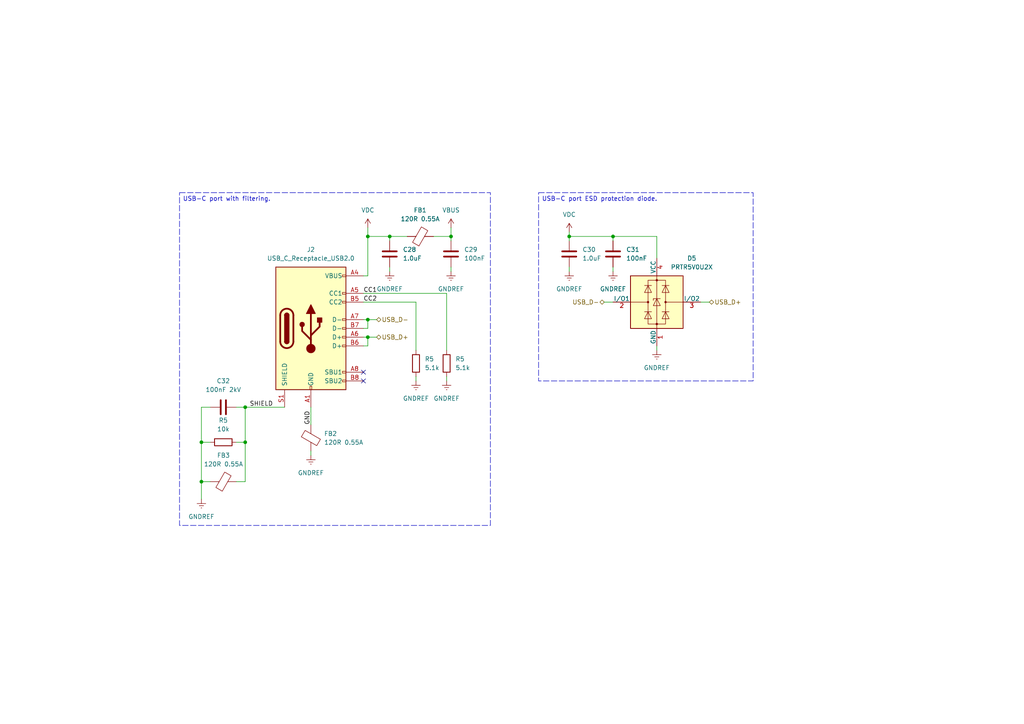
<source format=kicad_sch>
(kicad_sch (version 20230121) (generator eeschema)
  (paper "A4")
  (lib_symbols
    (symbol "Connector:USB_C_Receptacle_USB2.0" (pin_names (offset 1.016))
      (property "Reference" "J" (at -10.16 19.05 0))
      (property "Value" "USB_C_Receptacle_USB2.0" (at 19.05 19.05 0))
      (symbol "USB_C_Receptacle_USB2.0_0_0"
        (rectangle (start -0.254 -17.78) (end 0.254 -16.764))
        (rectangle (start 10.16 -14.986) (end 9.144 -15.494))
        (rectangle (start 10.16 -12.446) (end 9.144 -12.954))
        (rectangle (start 10.16 -4.826) (end 9.144 -5.334))
        (rectangle (start 10.16 -2.286) (end 9.144 -2.794))
        (rectangle (start 10.16 0.254) (end 9.144 -0.254))
        (rectangle (start 10.16 2.794) (end 9.144 2.286))
        (rectangle (start 10.16 7.874) (end 9.144 7.366))
        (rectangle (start 10.16 10.414) (end 9.144 9.906))
        (rectangle (start 10.16 15.494) (end 9.144 14.986))
      )
      (symbol "USB_C_Receptacle_USB2.0_0_1"
        (rectangle (start -10.16 17.78) (end 10.16 -17.78) (stroke (width 0.254)) (fill (type background)))
        (arc (start -8.89 -3.81) (mid -6.985 -5.7067) (end -5.08 -3.81) (stroke (width 0.508)))
        (arc (start -7.62 -3.81) (mid -6.985 -4.4423) (end -6.35 -3.81) (stroke (width 0.254)))
        (arc (start -7.62 -3.81) (mid -6.985 -4.4423) (end -6.35 -3.81) (stroke (width 0.254)) (fill (type outline)))
        (rectangle (start -7.62 -3.81) (end -6.35 3.81) (stroke (width 0.254)) (fill (type outline)))
        (arc (start -6.35 3.81) (mid -6.985 4.4423) (end -7.62 3.81) (stroke (width 0.254)))
        (arc (start -6.35 3.81) (mid -6.985 4.4423) (end -7.62 3.81) (stroke (width 0.254)) (fill (type outline)))
        (arc (start -5.08 3.81) (mid -6.985 5.7067) (end -8.89 3.81) (stroke (width 0.508)))
        (circle (center -2.54 1.143) (radius 0.635) (stroke (width 0.254)) (fill (type outline)))
        (circle (center 0 -5.842) (radius 1.27) (fill (type outline)))
        (polyline (pts (xy -8.89 -3.81) (xy -8.89 3.81)) (stroke (width 0.508)))
        (polyline (pts (xy -5.08 3.81) (xy -5.08 -3.81)) (stroke (width 0.508)))
        (polyline (pts (xy 0 -5.842) (xy 0 4.318)) (stroke (width 0.508)))
        (polyline (pts (xy 0 -3.302) (xy -2.54 -0.762) (xy -2.54 0.508)) (stroke (width 0.508)))
        (polyline (pts (xy 0 -2.032) (xy 2.54 0.508) (xy 2.54 1.778)) (stroke (width 0.508)))
        (polyline (pts (xy -1.27 4.318) (xy 0 6.858) (xy 1.27 4.318) (xy -1.27 4.318)) (stroke (width 0.254)) (fill (type outline)))
        (rectangle (start 1.905 1.778) (end 3.175 3.048) (stroke (width 0.254)) (fill (type outline)))
      )
      (symbol "USB_C_Receptacle_USB2.0_1_1"
        (pin passive line (at 0 -22.86 90) (length 5.08) (name "GND") (number "A1"))
        (pin passive line (at 0 -22.86 90) (length 5.08) hide (name "GND") (number "A12"))
        (pin passive line (at 15.24 15.24 180) (length 5.08) (name "VBUS") (number "A4"))
        (pin bidirectional line (at 15.24 10.16 180) (length 5.08) (name "CC1") (number "A5"))
        (pin bidirectional line (at 15.24 -2.54 180) (length 5.08) (name "D+") (number "A6"))
        (pin bidirectional line (at 15.24 2.54 180) (length 5.08) (name "D-") (number "A7"))
        (pin bidirectional line (at 15.24 -12.7 180) (length 5.08) (name "SBU1") (number "A8"))
        (pin passive line (at 15.24 15.24 180) (length 5.08) hide (name "VBUS") (number "A9"))
        (pin passive line (at 0 -22.86 90) (length 5.08) hide (name "GND") (number "B1"))
        (pin passive line (at 0 -22.86 90) (length 5.08) hide (name "GND") (number "B12"))
        (pin passive line (at 15.24 15.24 180) (length 5.08) hide (name "VBUS") (number "B4"))
        (pin bidirectional line (at 15.24 7.62 180) (length 5.08) (name "CC2") (number "B5"))
        (pin bidirectional line (at 15.24 -5.08 180) (length 5.08) (name "D+") (number "B6"))
        (pin bidirectional line (at 15.24 0 180) (length 5.08) (name "D-") (number "B7"))
        (pin bidirectional line (at 15.24 -15.24 180) (length 5.08) (name "SBU2") (number "B8"))
        (pin passive line (at 15.24 15.24 180) (length 5.08) hide (name "VBUS") (number "B9"))
        (pin passive line (at -7.62 -22.86 90) (length 5.08) (name "SHIELD") (number "S1"))
      )
    )
    (symbol "Device:C" (pin_numbers hide) (pin_names (offset 0.254))
      (property "Reference" "C" (at 0.635 2.54 0))
      (property "Value" "C" (at 0.635 -2.54 0))
      (symbol "C_0_1"
        (polyline (pts (xy -2.032 -0.762) (xy 2.032 -0.762)) (stroke (width 0.508)))
        (polyline (pts (xy -2.032 0.762) (xy 2.032 0.762)) (stroke (width 0.508)))
      )
      (symbol "C_1_1"
        (pin passive line (at 0 3.81 270) (length 2.794) (name "~") (number "1"))
        (pin passive line (at 0 -3.81 90) (length 2.794) (name "~") (number "2"))
      )
    )
    (symbol "Device:FerriteBead" (pin_numbers hide) (pin_names (offset 0))
      (property "Reference" "FB" (at -3.81 0.635 90))
      (property "Value" "FerriteBead" (at 3.81 0 90))
      (symbol "FerriteBead_0_1"
        (polyline (pts (xy 0 -1.27) (xy 0 -1.2192)))
        (polyline (pts (xy 0 1.27) (xy 0 1.2954)))
        (polyline (pts (xy -2.7686 0.4064) (xy -1.7018 2.2606) (xy 2.7686 -0.3048) (xy 1.6764 -2.159) (xy -2.7686 0.4064)))
      )
      (symbol "FerriteBead_1_1"
        (pin passive line (at 0 3.81 270) (length 2.54) (name "~") (number "1"))
        (pin passive line (at 0 -3.81 90) (length 2.54) (name "~") (number "2"))
      )
    )
    (symbol "Device:R" (pin_numbers hide) (pin_names (offset 0))
      (property "Reference" "R" (at 2.032 0 90))
      (property "Value" "R" (at 0 0 90))
      (symbol "R_0_1"
        (rectangle (start -1.016 -2.54) (end 1.016 2.54) (stroke (width 0.254)))
      )
      (symbol "R_1_1"
        (pin passive line (at 0 3.81 270) (length 1.27) (name "~") (number "1"))
        (pin passive line (at 0 -3.81 90) (length 1.27) (name "~") (number "2"))
      )
    )
    (symbol "Power_Protection:PRTR5V0U2X" (pin_names (offset 0))
      (property "Reference" "D" (at 2.794 8.636 0))
      (property "Value" "PRTR5V0U2X" (at 8.128 -9.398 0))
      (symbol "PRTR5V0U2X_0_1"
        (rectangle (start -7.62 -7.62) (end 7.62 7.62) (stroke (width 0.254)) (fill (type background)))
        (circle (center -2.54 0) (radius 0.254) (fill (type outline)))
        (rectangle (start -2.54 6.35) (end 2.54 -6.35))
        (circle (center 0 -6.35) (radius 0.254) (fill (type outline)))
        (polyline (pts (xy -2.54 0) (xy -7.62 0)))
        (polyline (pts (xy -1.524 -2.794) (xy -3.556 -2.794)))
        (polyline (pts (xy -1.524 4.826) (xy -3.556 4.826)))
        (polyline (pts (xy 0 -7.62) (xy 0 7.62)))
        (polyline (pts (xy 1.524 -2.794) (xy 3.556 -2.794)))
        (polyline (pts (xy 1.524 4.826) (xy 3.556 4.826)))
        (polyline (pts (xy 2.54 0) (xy 7.62 0)))
        (polyline (pts (xy 1.016 1.016) (xy -1.016 1.016) (xy -1.016 0.508)))
        (polyline (pts (xy -3.556 -4.826) (xy -1.524 -4.826) (xy -2.54 -2.794) (xy -3.556 -4.826)))
        (polyline (pts (xy -3.556 2.794) (xy -1.524 2.794) (xy -2.54 4.826) (xy -3.556 2.794)))
        (polyline (pts (xy -1.016 -1.016) (xy 1.016 -1.016) (xy 0 1.016) (xy -1.016 -1.016)))
        (polyline (pts (xy 3.556 -4.826) (xy 1.524 -4.826) (xy 2.54 -2.794) (xy 3.556 -4.826)))
        (polyline (pts (xy 3.556 2.794) (xy 1.524 2.794) (xy 2.54 4.826) (xy 3.556 2.794)))
        (circle (center 0 6.35) (radius 0.254) (fill (type outline)))
        (circle (center 2.54 0) (radius 0.254) (fill (type outline)))
      )
      (symbol "PRTR5V0U2X_1_1"
        (pin passive line (at 0 -12.7 90) (length 5.08) (name "GND") (number "1"))
        (pin passive line (at -12.7 0 0) (length 5.08) (name "I/O1") (number "2"))
        (pin passive line (at 12.7 0 180) (length 5.08) (name "I/O2") (number "3"))
        (pin passive line (at 0 12.7 270) (length 5.08) (name "VCC") (number "4"))
      )
    )
    (symbol "power:GNDREF" (power) (pin_names (offset 0))
      (property "Value" "GNDREF" (at 0 -3.81 0))
      (symbol "GNDREF_0_1"
        (polyline (pts (xy -0.635 -1.905) (xy 0.635 -1.905)))
        (polyline (pts (xy -0.127 -2.54) (xy 0.127 -2.54)))
        (polyline (pts (xy 0 -1.27) (xy 0 0)))
        (polyline (pts (xy 1.27 -1.27) (xy -1.27 -1.27)))
      )
      (symbol "GNDREF_1_1"
        (pin power_in line (at 0 0 270) (length 0) hide (name "GNDREF") (number "1"))
      )
    )
    (symbol "power:VBUS" (power) (pin_names (offset 0))
      (property "Value" "VBUS" (at 0 3.81 0))
      (symbol "VBUS_0_1"
        (polyline (pts (xy -0.762 1.27) (xy 0 2.54)))
        (polyline (pts (xy 0 0) (xy 0 2.54)))
        (polyline (pts (xy 0 2.54) (xy 0.762 1.27)))
      )
      (symbol "VBUS_1_1"
        (pin power_in line (at 0 0 90) (length 0) hide (name "VBUS") (number "1"))
      )
    )
    (symbol "power:VDC" (power) (pin_names (offset 0))
      (property "Value" "VDC" (at 0 6.35 0))
      (symbol "VDC_0_1"
        (polyline (pts (xy -0.762 1.27) (xy 0 2.54)))
        (polyline (pts (xy 0 0) (xy 0 2.54)))
        (polyline (pts (xy 0 2.54) (xy 0.762 1.27)))
      )
      (symbol "VDC_1_1"
        (pin power_in line (at 0 0 90) (length 0) hide (name "VDC") (number "1"))
      )
    )
  )
  (junction (at 58.42 139.7))
  (junction (at 106.68 68.58))
  (junction (at 177.8 68.58))
  (junction (at 130.81 68.58))
  (junction (at 58.42 128.27))
  (junction (at 106.68 97.79))
  (junction (at 71.12 128.27))
  (junction (at 165.1 68.58))
  (junction (at 106.68 92.71))
  (junction (at 71.12 118.11))
  (junction (at 113.03 68.58))
  (no_connect (at 105.41 107.95))
  (no_connect (at 105.41 110.49))
  (wire (pts (xy 165.1 69.85) (xy 165.1 68.58)))
  (wire (pts (xy 106.68 68.58) (xy 106.68 80.01)))
  (wire (pts (xy 106.68 100.33) (xy 106.68 97.79)))
  (wire (pts (xy 106.68 95.25) (xy 106.68 92.71)))
  (wire (pts (xy 105.41 100.33) (xy 106.68 100.33)))
  (wire (pts (xy 106.68 66.04) (xy 106.68 68.58)))
  (wire (pts (xy 120.65 109.22) (xy 120.65 110.49)))
  (wire (pts (xy 58.42 128.27) (xy 58.42 118.11)))
  (wire (pts (xy 105.41 92.71) (xy 106.68 92.71)))
  (wire (pts (xy 113.03 77.47) (xy 113.03 78.74)))
  (wire (pts (xy 105.41 85.09) (xy 129.54 85.09)))
  (wire (pts (xy 105.41 97.79) (xy 106.68 97.79)))
  (wire (pts (xy 203.2 87.63) (xy 205.74 87.63)))
  (wire (pts (xy 165.1 77.47) (xy 165.1 78.74)))
  (wire (pts (xy 190.5 100.33) (xy 190.5 101.6)))
  (wire (pts (xy 113.03 69.85) (xy 113.03 68.58)))
  (wire (pts (xy 120.65 87.63) (xy 120.65 101.6)))
  (wire (pts (xy 129.54 109.22) (xy 129.54 110.49)))
  (wire (pts (xy 175.26 87.63) (xy 177.8 87.63)))
  (wire (pts (xy 58.42 139.7) (xy 58.42 128.27)))
  (wire (pts (xy 58.42 118.11) (xy 60.96 118.11)))
  (wire (pts (xy 106.68 97.79) (xy 109.22 97.79)))
  (wire (pts (xy 190.5 74.93) (xy 190.5 68.58)))
  (wire (pts (xy 90.17 118.11) (xy 90.17 123.19)))
  (wire (pts (xy 129.54 85.09) (xy 129.54 101.6)))
  (wire (pts (xy 125.73 68.58) (xy 130.81 68.58)))
  (wire (pts (xy 130.81 77.47) (xy 130.81 78.74)))
  (wire (pts (xy 113.03 68.58) (xy 118.11 68.58)))
  (wire (pts (xy 90.17 130.81) (xy 90.17 132.08)))
  (wire (pts (xy 190.5 68.58) (xy 177.8 68.58)))
  (wire (pts (xy 177.8 68.58) (xy 177.8 69.85)))
  (wire (pts (xy 58.42 128.27) (xy 60.96 128.27)))
  (wire (pts (xy 58.42 144.78) (xy 58.42 139.7)))
  (wire (pts (xy 68.58 128.27) (xy 71.12 128.27)))
  (wire (pts (xy 106.68 92.71) (xy 109.22 92.71)))
  (wire (pts (xy 106.68 68.58) (xy 113.03 68.58)))
  (wire (pts (xy 165.1 68.58) (xy 177.8 68.58)))
  (wire (pts (xy 130.81 66.04) (xy 130.81 68.58)))
  (wire (pts (xy 71.12 118.11) (xy 82.55 118.11)))
  (wire (pts (xy 105.41 87.63) (xy 120.65 87.63)))
  (wire (pts (xy 130.81 68.58) (xy 130.81 69.85)))
  (wire (pts (xy 105.41 95.25) (xy 106.68 95.25)))
  (wire (pts (xy 68.58 118.11) (xy 71.12 118.11)))
  (wire (pts (xy 68.58 139.7) (xy 71.12 139.7)))
  (wire (pts (xy 71.12 139.7) (xy 71.12 128.27)))
  (wire (pts (xy 58.42 139.7) (xy 60.96 139.7)))
  (wire (pts (xy 165.1 67.31) (xy 165.1 68.58)))
  (wire (pts (xy 177.8 77.47) (xy 177.8 78.74)))
  (wire (pts (xy 106.68 80.01) (xy 105.41 80.01)))
  (wire (pts (xy 71.12 118.11) (xy 71.12 128.27)))
  (text_box "USB-C port ESD protection diode." (at 156.21 55.88 0) (size 62.23 54.61) (stroke (width 0) (type dash)) (effects (font (size 1.27 1.27)) (justify left top)))
  (text_box "USB-C port with filtering." (at 52.07 55.88 0) (size 90.17 96.52) (stroke (width 0) (type dash)) (effects (font (size 1.27 1.27)) (justify left top)))
  (label "GND" (at 90.17 123.19 90))
  (label "SHIELD" (at 72.39 118.11 0))
  (label "CC2" (at 105.41 87.63 0))
  (label "CC1" (at 105.41 85.09 0))
  (hierarchical_label "USB_D+" (shape bidirectional) (at 109.22 97.79 0))
  (hierarchical_label "USB_D-" (shape bidirectional) (at 109.22 92.71 0))
  (hierarchical_label "USB_D+" (shape bidirectional) (at 205.74 87.63 0))
  (hierarchical_label "USB_D-" (shape bidirectional) (at 175.26 87.63 180))
  (symbol (lib_id "power:GNDREF") (at 90.17 132.08 0) (unit 1)
    (property "Reference" "#PWR073" (effects hide))
    (property "Value" "GNDREF" (at 90.17 137.16 0))
  )
  (symbol (lib_id "power:GNDREF") (at 129.54 110.49 0) (unit 1)
    (property "Reference" "#PWR072" (effects hide))
    (property "Value" "GNDREF" (at 129.54 115.57 0))
  )
  (symbol (lib_id "power:GNDREF") (at 165.1 78.74 0) (unit 1)
    (property "Reference" "#PWR068" (effects hide))
    (property "Value" "GNDREF" (at 165.1 83.82 0))
  )
  (symbol (lib_id "power:GNDREF") (at 113.03 78.74 0) (unit 1)
    (property "Reference" "#PWR066" (effects hide))
    (property "Value" "GNDREF" (at 113.03 83.82 0))
  )
  (symbol (lib_id "Device:C") (at 130.81 73.66 0) (unit 1)
    (property "Reference" "C29" (at 134.62 72.39 0) (effects (justify left)))
    (property "Value" "100nF" (at 134.62 74.93 0) (effects (justify left)))
    (property "Footprint" "Capacitor_SMD:C_0603_1608Metric_Pad1.08x0.95mm_HandSolder" (effects hide))
  )
  (symbol (lib_id "Connector:USB_C_Receptacle_USB2.0") (at 90.17 95.25 0) (unit 1)
    (property "Reference" "J2" (at 90.17 72.39 0))
    (property "Value" "USB_C_Receptacle_USB2.0" (at 90.17 74.93 0))
    (property "Footprint" "Connector_USB:USB_C_Receptacle_HRO_TYPE-C-31-M-12" (effects hide))
    (property "Datasheet" "https://www.usb.org/sites/default/files/documents/usb_type-c.zip" (effects hide))
  )
  (symbol (lib_id "Device:FerriteBead") (at 90.17 127 180) (unit 1)
    (property "Reference" "FB2" (at 93.98 125.7808 0) (effects (justify right)))
    (property "Value" "120R 0.55A" (at 93.98 128.3208 0) (effects (justify right)))
    (property "Footprint" "Inductor_SMD:L_0603_1608Metric_Pad1.05x0.95mm_HandSolder" (effects hide))
  )
  (symbol (lib_id "power:VDC") (at 106.68 66.04 0) (unit 1)
    (property "Reference" "#PWR063" (effects hide))
    (property "Value" "VDC" (at 106.68 60.96 0))
  )
  (symbol (lib_id "Device:R") (at 120.65 105.41 0) (unit 1)
    (property "Reference" "R5" (at 123.19 104.14 0) (effects (justify left)))
    (property "Value" "5.1k" (at 123.19 106.68 0) (effects (justify left)))
    (property "Footprint" "Resistor_SMD:R_0603_1608Metric_Pad0.98x0.95mm_HandSolder" (effects hide))
    (instances (project "nRF development board HAN_V1.0" (path "" (reference "R5") (unit 1)) (path "" (reference "R13") (unit 1))))
  )
  (symbol (lib_id "Device:R") (at 64.77 128.27 270) (unit 1)
    (property "Reference" "R5" (at 64.77 121.92 90))
    (property "Value" "10k" (at 64.77 124.46 90))
    (property "Footprint" "Resistor_SMD:R_0603_1608Metric_Pad0.98x0.95mm_HandSolder" (effects hide))
    (instances (project "nRF development board HAN_V1.0" (path "" (reference "R5") (unit 1)) (path "" (reference "R15") (unit 1))))
  )
  (symbol (lib_id "Device:R") (at 129.54 105.41 0) (unit 1)
    (property "Reference" "R5" (at 132.08 104.14 0) (effects (justify left)))
    (property "Value" "5.1k" (at 132.08 106.68 0) (effects (justify left)))
    (property "Footprint" "Resistor_SMD:R_0603_1608Metric_Pad0.98x0.95mm_HandSolder" (effects hide))
    (instances (project "nRF development board HAN_V1.0" (path "" (reference "R5") (unit 1)) (path "" (reference "R14") (unit 1))))
  )
  (symbol (lib_id "power:VDC") (at 165.1 67.31 0) (unit 1)
    (property "Reference" "#PWR065" (effects hide))
    (property "Value" "VDC" (at 165.1 62.23 0))
  )
  (symbol (lib_id "power:GNDREF") (at 130.81 78.74 0) (unit 1)
    (property "Reference" "#PWR067" (effects hide))
    (property "Value" "GNDREF" (at 130.81 83.82 0))
  )
  (symbol (lib_id "Device:C") (at 165.1 73.66 0) (unit 1)
    (property "Reference" "C30" (at 168.91 72.39 0) (effects (justify left)))
    (property "Value" "1.0uF" (at 168.91 74.93 0) (effects (justify left)))
    (property "Footprint" "Capacitor_SMD:C_0603_1608Metric_Pad1.08x0.95mm_HandSolder" (effects hide))
  )
  (symbol (lib_id "power:GNDREF") (at 177.8 78.74 0) (unit 1)
    (property "Reference" "#PWR069" (effects hide))
    (property "Value" "GNDREF" (at 177.8 83.82 0))
  )
  (symbol (lib_id "Power_Protection:PRTR5V0U2X") (at 190.5 87.63 0) (unit 1)
    (property "Reference" "D5" (at 200.66 74.93 0))
    (property "Value" "PRTR5V0U2X" (at 200.66 77.47 0))
    (property "Footprint" "Package_TO_SOT_SMD:SOT-143" (effects hide))
    (property "Datasheet" "https://assets.nexperia.com/documents/data-sheet/PRTR5V0U2X.pdf" (effects hide))
  )
  (symbol (lib_id "Device:FerriteBead") (at 64.77 139.7 270) (unit 1)
    (property "Reference" "FB3" (at 64.8208 132.08 90))
    (property "Value" "120R 0.55A" (at 64.8208 134.62 90))
    (property "Footprint" "Inductor_SMD:L_0603_1608Metric_Pad1.05x0.95mm_HandSolder" (effects hide))
  )
  (symbol (lib_id "power:GNDREF") (at 190.5 101.6 0) (unit 1)
    (property "Reference" "#PWR070" (effects hide))
    (property "Value" "GNDREF" (at 190.5 106.68 0))
  )
  (symbol (lib_id "Device:FerriteBead") (at 121.92 68.58 90) (unit 1)
    (property "Reference" "FB1" (at 121.8692 60.96 90))
    (property "Value" "120R 0.55A" (at 121.8692 63.5 90))
    (property "Footprint" "Inductor_SMD:L_0603_1608Metric_Pad1.05x0.95mm_HandSolder" (effects hide))
  )
  (symbol (lib_id "power:GNDREF") (at 58.42 144.78 0) (unit 1)
    (property "Reference" "#PWR074" (effects hide))
    (property "Value" "GNDREF" (at 58.42 149.86 0))
  )
  (symbol (lib_id "Device:C") (at 64.77 118.11 90) (unit 1)
    (property "Reference" "C32" (at 64.77 110.49 90))
    (property "Value" "100nF 2kV" (at 64.77 113.03 90))
    (property "Footprint" "Capacitor_SMD:C_0603_1608Metric_Pad1.08x0.95mm_HandSolder" (effects hide))
  )
  (symbol (lib_id "Device:C") (at 177.8 73.66 0) (unit 1)
    (property "Reference" "C31" (at 181.61 72.39 0) (effects (justify left)))
    (property "Value" "100nF" (at 181.61 74.93 0) (effects (justify left)))
    (property "Footprint" "Capacitor_SMD:C_0603_1608Metric_Pad1.08x0.95mm_HandSolder" (effects hide))
  )
  (symbol (lib_id "Device:C") (at 113.03 73.66 0) (unit 1)
    (property "Reference" "C28" (at 116.84 72.39 0) (effects (justify left)))
    (property "Value" "1.0uF" (at 116.84 74.93 0) (effects (justify left)))
    (property "Footprint" "Capacitor_SMD:C_0603_1608Metric_Pad1.08x0.95mm_HandSolder" (effects hide))
  )
  (symbol (lib_id "power:GNDREF") (at 120.65 110.49 0) (unit 1)
    (property "Reference" "#PWR071" (effects hide))
    (property "Value" "GNDREF" (at 120.65 115.57 0))
  )
  (symbol (lib_id "power:VBUS") (at 130.81 66.04 0) (unit 1)
    (property "Reference" "#PWR06" (effects hide))
    (property "Value" "VBUS" (at 130.81 60.96 0))
    (instances (project "nRF development board HAN_V1.0" (path "" (reference "#PWR06") (unit 1)) (path "" (reference "#PWR064") (unit 1))))
  )
)
</source>
